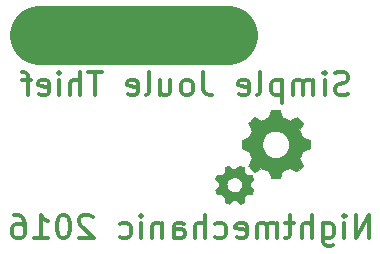
<source format=gbo>
G04 #@! TF.FileFunction,Legend,Bot*
%FSLAX46Y46*%
G04 Gerber Fmt 4.6, Leading zero omitted, Abs format (unit mm)*
G04 Created by KiCad (PCBNEW 4.0.1-stable) date 3/11/2016 2:16:34 AM*
%MOMM*%
G01*
G04 APERTURE LIST*
%ADD10C,0.100000*%
%ADD11C,5.000000*%
%ADD12C,0.300000*%
%ADD13C,0.002540*%
G04 APERTURE END LIST*
D10*
D11*
X156000000Y-95700000D02*
X140000000Y-95700000D01*
D12*
X167995240Y-112904762D02*
X167995240Y-110904762D01*
X166852382Y-112904762D01*
X166852382Y-110904762D01*
X165900002Y-112904762D02*
X165900002Y-111571429D01*
X165900002Y-110904762D02*
X165995240Y-111000000D01*
X165900002Y-111095238D01*
X165804763Y-111000000D01*
X165900002Y-110904762D01*
X165900002Y-111095238D01*
X164090478Y-111571429D02*
X164090478Y-113190476D01*
X164185716Y-113380952D01*
X164280954Y-113476190D01*
X164471430Y-113571429D01*
X164757144Y-113571429D01*
X164947621Y-113476190D01*
X164090478Y-112809524D02*
X164280954Y-112904762D01*
X164661906Y-112904762D01*
X164852382Y-112809524D01*
X164947621Y-112714286D01*
X165042859Y-112523810D01*
X165042859Y-111952381D01*
X164947621Y-111761905D01*
X164852382Y-111666667D01*
X164661906Y-111571429D01*
X164280954Y-111571429D01*
X164090478Y-111666667D01*
X163138097Y-112904762D02*
X163138097Y-110904762D01*
X162280954Y-112904762D02*
X162280954Y-111857143D01*
X162376192Y-111666667D01*
X162566668Y-111571429D01*
X162852382Y-111571429D01*
X163042858Y-111666667D01*
X163138097Y-111761905D01*
X161614287Y-111571429D02*
X160852382Y-111571429D01*
X161328573Y-110904762D02*
X161328573Y-112619048D01*
X161233334Y-112809524D01*
X161042858Y-112904762D01*
X160852382Y-112904762D01*
X160185716Y-112904762D02*
X160185716Y-111571429D01*
X160185716Y-111761905D02*
X160090477Y-111666667D01*
X159900001Y-111571429D01*
X159614287Y-111571429D01*
X159423811Y-111666667D01*
X159328573Y-111857143D01*
X159328573Y-112904762D01*
X159328573Y-111857143D02*
X159233335Y-111666667D01*
X159042858Y-111571429D01*
X158757144Y-111571429D01*
X158566668Y-111666667D01*
X158471430Y-111857143D01*
X158471430Y-112904762D01*
X156757144Y-112809524D02*
X156947620Y-112904762D01*
X157328572Y-112904762D01*
X157519049Y-112809524D01*
X157614287Y-112619048D01*
X157614287Y-111857143D01*
X157519049Y-111666667D01*
X157328572Y-111571429D01*
X156947620Y-111571429D01*
X156757144Y-111666667D01*
X156661906Y-111857143D01*
X156661906Y-112047619D01*
X157614287Y-112238095D01*
X154947620Y-112809524D02*
X155138096Y-112904762D01*
X155519048Y-112904762D01*
X155709524Y-112809524D01*
X155804763Y-112714286D01*
X155900001Y-112523810D01*
X155900001Y-111952381D01*
X155804763Y-111761905D01*
X155709524Y-111666667D01*
X155519048Y-111571429D01*
X155138096Y-111571429D01*
X154947620Y-111666667D01*
X154090477Y-112904762D02*
X154090477Y-110904762D01*
X153233334Y-112904762D02*
X153233334Y-111857143D01*
X153328572Y-111666667D01*
X153519048Y-111571429D01*
X153804762Y-111571429D01*
X153995238Y-111666667D01*
X154090477Y-111761905D01*
X151423810Y-112904762D02*
X151423810Y-111857143D01*
X151519048Y-111666667D01*
X151709524Y-111571429D01*
X152090476Y-111571429D01*
X152280953Y-111666667D01*
X151423810Y-112809524D02*
X151614286Y-112904762D01*
X152090476Y-112904762D01*
X152280953Y-112809524D01*
X152376191Y-112619048D01*
X152376191Y-112428571D01*
X152280953Y-112238095D01*
X152090476Y-112142857D01*
X151614286Y-112142857D01*
X151423810Y-112047619D01*
X150471429Y-111571429D02*
X150471429Y-112904762D01*
X150471429Y-111761905D02*
X150376190Y-111666667D01*
X150185714Y-111571429D01*
X149900000Y-111571429D01*
X149709524Y-111666667D01*
X149614286Y-111857143D01*
X149614286Y-112904762D01*
X148661905Y-112904762D02*
X148661905Y-111571429D01*
X148661905Y-110904762D02*
X148757143Y-111000000D01*
X148661905Y-111095238D01*
X148566666Y-111000000D01*
X148661905Y-110904762D01*
X148661905Y-111095238D01*
X146852381Y-112809524D02*
X147042857Y-112904762D01*
X147423809Y-112904762D01*
X147614285Y-112809524D01*
X147709524Y-112714286D01*
X147804762Y-112523810D01*
X147804762Y-111952381D01*
X147709524Y-111761905D01*
X147614285Y-111666667D01*
X147423809Y-111571429D01*
X147042857Y-111571429D01*
X146852381Y-111666667D01*
X144566666Y-111095238D02*
X144471428Y-111000000D01*
X144280951Y-110904762D01*
X143804761Y-110904762D01*
X143614285Y-111000000D01*
X143519047Y-111095238D01*
X143423808Y-111285714D01*
X143423808Y-111476190D01*
X143519047Y-111761905D01*
X144661904Y-112904762D01*
X143423808Y-112904762D01*
X142185713Y-110904762D02*
X141995237Y-110904762D01*
X141804761Y-111000000D01*
X141709523Y-111095238D01*
X141614285Y-111285714D01*
X141519046Y-111666667D01*
X141519046Y-112142857D01*
X141614285Y-112523810D01*
X141709523Y-112714286D01*
X141804761Y-112809524D01*
X141995237Y-112904762D01*
X142185713Y-112904762D01*
X142376189Y-112809524D01*
X142471427Y-112714286D01*
X142566666Y-112523810D01*
X142661904Y-112142857D01*
X142661904Y-111666667D01*
X142566666Y-111285714D01*
X142471427Y-111095238D01*
X142376189Y-111000000D01*
X142185713Y-110904762D01*
X139614284Y-112904762D02*
X140757142Y-112904762D01*
X140185713Y-112904762D02*
X140185713Y-110904762D01*
X140376189Y-111190476D01*
X140566665Y-111380952D01*
X140757142Y-111476190D01*
X137899999Y-110904762D02*
X138280951Y-110904762D01*
X138471427Y-111000000D01*
X138566665Y-111095238D01*
X138757142Y-111380952D01*
X138852380Y-111761905D01*
X138852380Y-112523810D01*
X138757142Y-112714286D01*
X138661903Y-112809524D01*
X138471427Y-112904762D01*
X138090475Y-112904762D01*
X137899999Y-112809524D01*
X137804761Y-112714286D01*
X137709522Y-112523810D01*
X137709522Y-112047619D01*
X137804761Y-111857143D01*
X137899999Y-111761905D01*
X138090475Y-111666667D01*
X138471427Y-111666667D01*
X138661903Y-111761905D01*
X138757142Y-111857143D01*
X138852380Y-112047619D01*
X166214288Y-100709524D02*
X165928573Y-100804762D01*
X165452383Y-100804762D01*
X165261907Y-100709524D01*
X165166669Y-100614286D01*
X165071430Y-100423810D01*
X165071430Y-100233333D01*
X165166669Y-100042857D01*
X165261907Y-99947619D01*
X165452383Y-99852381D01*
X165833335Y-99757143D01*
X166023811Y-99661905D01*
X166119050Y-99566667D01*
X166214288Y-99376190D01*
X166214288Y-99185714D01*
X166119050Y-98995238D01*
X166023811Y-98900000D01*
X165833335Y-98804762D01*
X165357145Y-98804762D01*
X165071430Y-98900000D01*
X164214288Y-100804762D02*
X164214288Y-99471429D01*
X164214288Y-98804762D02*
X164309526Y-98900000D01*
X164214288Y-98995238D01*
X164119049Y-98900000D01*
X164214288Y-98804762D01*
X164214288Y-98995238D01*
X163261907Y-100804762D02*
X163261907Y-99471429D01*
X163261907Y-99661905D02*
X163166668Y-99566667D01*
X162976192Y-99471429D01*
X162690478Y-99471429D01*
X162500002Y-99566667D01*
X162404764Y-99757143D01*
X162404764Y-100804762D01*
X162404764Y-99757143D02*
X162309526Y-99566667D01*
X162119049Y-99471429D01*
X161833335Y-99471429D01*
X161642859Y-99566667D01*
X161547621Y-99757143D01*
X161547621Y-100804762D01*
X160595240Y-99471429D02*
X160595240Y-101471429D01*
X160595240Y-99566667D02*
X160404763Y-99471429D01*
X160023811Y-99471429D01*
X159833335Y-99566667D01*
X159738097Y-99661905D01*
X159642859Y-99852381D01*
X159642859Y-100423810D01*
X159738097Y-100614286D01*
X159833335Y-100709524D01*
X160023811Y-100804762D01*
X160404763Y-100804762D01*
X160595240Y-100709524D01*
X158500001Y-100804762D02*
X158690477Y-100709524D01*
X158785716Y-100519048D01*
X158785716Y-98804762D01*
X156976192Y-100709524D02*
X157166668Y-100804762D01*
X157547620Y-100804762D01*
X157738097Y-100709524D01*
X157833335Y-100519048D01*
X157833335Y-99757143D01*
X157738097Y-99566667D01*
X157547620Y-99471429D01*
X157166668Y-99471429D01*
X156976192Y-99566667D01*
X156880954Y-99757143D01*
X156880954Y-99947619D01*
X157833335Y-100138095D01*
X153928572Y-98804762D02*
X153928572Y-100233333D01*
X154023810Y-100519048D01*
X154214286Y-100709524D01*
X154500001Y-100804762D01*
X154690477Y-100804762D01*
X152690476Y-100804762D02*
X152880952Y-100709524D01*
X152976191Y-100614286D01*
X153071429Y-100423810D01*
X153071429Y-99852381D01*
X152976191Y-99661905D01*
X152880952Y-99566667D01*
X152690476Y-99471429D01*
X152404762Y-99471429D01*
X152214286Y-99566667D01*
X152119048Y-99661905D01*
X152023810Y-99852381D01*
X152023810Y-100423810D01*
X152119048Y-100614286D01*
X152214286Y-100709524D01*
X152404762Y-100804762D01*
X152690476Y-100804762D01*
X150309524Y-99471429D02*
X150309524Y-100804762D01*
X151166667Y-99471429D02*
X151166667Y-100519048D01*
X151071428Y-100709524D01*
X150880952Y-100804762D01*
X150595238Y-100804762D01*
X150404762Y-100709524D01*
X150309524Y-100614286D01*
X149071428Y-100804762D02*
X149261904Y-100709524D01*
X149357143Y-100519048D01*
X149357143Y-98804762D01*
X147547619Y-100709524D02*
X147738095Y-100804762D01*
X148119047Y-100804762D01*
X148309524Y-100709524D01*
X148404762Y-100519048D01*
X148404762Y-99757143D01*
X148309524Y-99566667D01*
X148119047Y-99471429D01*
X147738095Y-99471429D01*
X147547619Y-99566667D01*
X147452381Y-99757143D01*
X147452381Y-99947619D01*
X148404762Y-100138095D01*
X145357142Y-98804762D02*
X144214285Y-98804762D01*
X144785713Y-100804762D02*
X144785713Y-98804762D01*
X143547618Y-100804762D02*
X143547618Y-98804762D01*
X142690475Y-100804762D02*
X142690475Y-99757143D01*
X142785713Y-99566667D01*
X142976189Y-99471429D01*
X143261903Y-99471429D01*
X143452379Y-99566667D01*
X143547618Y-99661905D01*
X141738094Y-100804762D02*
X141738094Y-99471429D01*
X141738094Y-98804762D02*
X141833332Y-98900000D01*
X141738094Y-98995238D01*
X141642855Y-98900000D01*
X141738094Y-98804762D01*
X141738094Y-98995238D01*
X140023808Y-100709524D02*
X140214284Y-100804762D01*
X140595236Y-100804762D01*
X140785713Y-100709524D01*
X140880951Y-100519048D01*
X140880951Y-99757143D01*
X140785713Y-99566667D01*
X140595236Y-99471429D01*
X140214284Y-99471429D01*
X140023808Y-99566667D01*
X139928570Y-99757143D01*
X139928570Y-99947619D01*
X140880951Y-100138095D01*
X139357141Y-99471429D02*
X138595236Y-99471429D01*
X139071427Y-100804762D02*
X139071427Y-99090476D01*
X138976188Y-98900000D01*
X138785712Y-98804762D01*
X138595236Y-98804762D01*
D13*
G36*
X157201680Y-104597920D02*
X157514100Y-104483620D01*
X157829060Y-104369320D01*
X157857000Y-104262640D01*
X157872240Y-104214380D01*
X157890020Y-104161040D01*
X157912880Y-104097540D01*
X157943360Y-104016260D01*
X157986540Y-103912120D01*
X158029720Y-103807980D01*
X158034800Y-103785120D01*
X158034800Y-103759720D01*
X158024640Y-103721620D01*
X158006860Y-103668280D01*
X157971300Y-103592080D01*
X157923040Y-103487940D01*
X157910340Y-103457460D01*
X157862080Y-103358400D01*
X157823980Y-103269500D01*
X157793500Y-103198380D01*
X157773180Y-103152660D01*
X157770640Y-103137420D01*
X157783340Y-103119640D01*
X157818900Y-103076460D01*
X157874780Y-103018040D01*
X157945900Y-102944380D01*
X158009400Y-102880880D01*
X158248160Y-102644660D01*
X158558040Y-102791980D01*
X158867920Y-102936760D01*
X158893320Y-102924060D01*
X158893320Y-104956060D01*
X158908560Y-105133860D01*
X158961900Y-105337060D01*
X159045720Y-105519940D01*
X159154940Y-105679960D01*
X159284480Y-105817120D01*
X159434340Y-105931420D01*
X159596900Y-106015240D01*
X159772160Y-106076200D01*
X159955040Y-106106680D01*
X160140460Y-106109220D01*
X160325880Y-106078740D01*
X160508760Y-106017780D01*
X160681480Y-105923800D01*
X160846580Y-105796800D01*
X160877060Y-105766320D01*
X161011680Y-105606300D01*
X161113280Y-105431040D01*
X161181860Y-105248160D01*
X161214880Y-105057660D01*
X161219960Y-104867160D01*
X161192020Y-104679200D01*
X161131060Y-104498860D01*
X161042160Y-104328680D01*
X160925320Y-104173740D01*
X160778000Y-104036580D01*
X160602740Y-103922280D01*
X160549400Y-103894340D01*
X160351280Y-103823220D01*
X160150620Y-103787660D01*
X159942340Y-103792740D01*
X159728980Y-103835920D01*
X159701040Y-103843540D01*
X159515620Y-103922280D01*
X159347980Y-104031500D01*
X159198120Y-104171200D01*
X159073660Y-104331220D01*
X158979680Y-104511560D01*
X158959360Y-104567440D01*
X158908560Y-104763020D01*
X158893320Y-104956060D01*
X158893320Y-102924060D01*
X159045720Y-102847860D01*
X159139700Y-102804680D01*
X159236220Y-102761500D01*
X159322580Y-102728480D01*
X159350520Y-102718320D01*
X159477520Y-102677680D01*
X159594360Y-102347480D01*
X159708660Y-102014740D01*
X160056640Y-102014740D01*
X160191260Y-102017280D01*
X160290320Y-102019820D01*
X160358900Y-102022360D01*
X160399540Y-102029980D01*
X160414780Y-102037600D01*
X160417320Y-102040140D01*
X160424940Y-102065540D01*
X160445260Y-102121420D01*
X160473200Y-102200160D01*
X160506220Y-102296680D01*
X160531620Y-102367800D01*
X160635760Y-102670060D01*
X160732280Y-102705620D01*
X160788160Y-102728480D01*
X160866900Y-102761500D01*
X160960880Y-102804680D01*
X161037080Y-102840240D01*
X161245360Y-102941840D01*
X161466340Y-102837700D01*
X161560320Y-102791980D01*
X161654300Y-102751340D01*
X161730500Y-102715780D01*
X161778760Y-102692920D01*
X161872740Y-102652280D01*
X162116580Y-102896120D01*
X162362960Y-103139960D01*
X162215640Y-103449840D01*
X162070860Y-103754640D01*
X162162300Y-103934980D01*
X162208020Y-104028960D01*
X162248660Y-104125480D01*
X162284220Y-104211840D01*
X162294380Y-104242320D01*
X162337560Y-104369320D01*
X162670300Y-104483620D01*
X163005580Y-104600460D01*
X163000500Y-104950980D01*
X162995420Y-105301500D01*
X162916680Y-105329440D01*
X162751580Y-105385320D01*
X162622040Y-105428500D01*
X162520440Y-105464060D01*
X162444240Y-105494540D01*
X162390900Y-105517400D01*
X162355340Y-105537720D01*
X162332480Y-105555500D01*
X162319780Y-105573280D01*
X162314700Y-105591060D01*
X162312160Y-105598680D01*
X162299460Y-105639320D01*
X162271520Y-105707900D01*
X162233420Y-105791720D01*
X162190240Y-105885700D01*
X162182620Y-105900940D01*
X162063240Y-106137160D01*
X162210560Y-106444500D01*
X162357880Y-106751840D01*
X162111500Y-106998220D01*
X161867660Y-107244600D01*
X161562860Y-107102360D01*
X161463800Y-107054100D01*
X161374900Y-107013460D01*
X161303780Y-106980440D01*
X161258060Y-106962660D01*
X161242820Y-106957580D01*
X161217420Y-106965200D01*
X161166620Y-106985520D01*
X161100580Y-107016000D01*
X161082800Y-107023620D01*
X160988820Y-107064260D01*
X160882140Y-107107440D01*
X160793240Y-107135380D01*
X160640840Y-107181100D01*
X160559560Y-107407160D01*
X160524000Y-107503680D01*
X160490980Y-107595120D01*
X160463040Y-107673860D01*
X160445260Y-107719580D01*
X160409700Y-107805940D01*
X160059180Y-107813560D01*
X159706120Y-107818640D01*
X159652780Y-107666240D01*
X159617220Y-107569720D01*
X159579120Y-107460500D01*
X159541020Y-107358900D01*
X159538480Y-107351280D01*
X159477520Y-107188720D01*
X159312420Y-107135380D01*
X159213360Y-107099820D01*
X159109220Y-107061720D01*
X159017780Y-107023620D01*
X159007620Y-107018540D01*
X158870460Y-106955040D01*
X158560580Y-107102360D01*
X158250700Y-107252220D01*
X158009400Y-107010920D01*
X157930660Y-106932180D01*
X157864620Y-106863600D01*
X157811280Y-106807720D01*
X157778260Y-106769620D01*
X157770640Y-106756920D01*
X157778260Y-106734060D01*
X157801120Y-106683260D01*
X157834140Y-106607060D01*
X157877320Y-106515620D01*
X157915420Y-106434340D01*
X158062740Y-106132080D01*
X157999240Y-106002540D01*
X157963680Y-105921260D01*
X157923040Y-105822200D01*
X157884940Y-105720600D01*
X157877320Y-105700280D01*
X157818900Y-105525020D01*
X157516640Y-105415800D01*
X157211840Y-105301500D01*
X157206760Y-104950980D01*
X157201680Y-104597920D01*
X157201680Y-104597920D01*
X157201680Y-104597920D01*
G37*
X157201680Y-104597920D02*
X157514100Y-104483620D01*
X157829060Y-104369320D01*
X157857000Y-104262640D01*
X157872240Y-104214380D01*
X157890020Y-104161040D01*
X157912880Y-104097540D01*
X157943360Y-104016260D01*
X157986540Y-103912120D01*
X158029720Y-103807980D01*
X158034800Y-103785120D01*
X158034800Y-103759720D01*
X158024640Y-103721620D01*
X158006860Y-103668280D01*
X157971300Y-103592080D01*
X157923040Y-103487940D01*
X157910340Y-103457460D01*
X157862080Y-103358400D01*
X157823980Y-103269500D01*
X157793500Y-103198380D01*
X157773180Y-103152660D01*
X157770640Y-103137420D01*
X157783340Y-103119640D01*
X157818900Y-103076460D01*
X157874780Y-103018040D01*
X157945900Y-102944380D01*
X158009400Y-102880880D01*
X158248160Y-102644660D01*
X158558040Y-102791980D01*
X158867920Y-102936760D01*
X158893320Y-102924060D01*
X158893320Y-104956060D01*
X158908560Y-105133860D01*
X158961900Y-105337060D01*
X159045720Y-105519940D01*
X159154940Y-105679960D01*
X159284480Y-105817120D01*
X159434340Y-105931420D01*
X159596900Y-106015240D01*
X159772160Y-106076200D01*
X159955040Y-106106680D01*
X160140460Y-106109220D01*
X160325880Y-106078740D01*
X160508760Y-106017780D01*
X160681480Y-105923800D01*
X160846580Y-105796800D01*
X160877060Y-105766320D01*
X161011680Y-105606300D01*
X161113280Y-105431040D01*
X161181860Y-105248160D01*
X161214880Y-105057660D01*
X161219960Y-104867160D01*
X161192020Y-104679200D01*
X161131060Y-104498860D01*
X161042160Y-104328680D01*
X160925320Y-104173740D01*
X160778000Y-104036580D01*
X160602740Y-103922280D01*
X160549400Y-103894340D01*
X160351280Y-103823220D01*
X160150620Y-103787660D01*
X159942340Y-103792740D01*
X159728980Y-103835920D01*
X159701040Y-103843540D01*
X159515620Y-103922280D01*
X159347980Y-104031500D01*
X159198120Y-104171200D01*
X159073660Y-104331220D01*
X158979680Y-104511560D01*
X158959360Y-104567440D01*
X158908560Y-104763020D01*
X158893320Y-104956060D01*
X158893320Y-102924060D01*
X159045720Y-102847860D01*
X159139700Y-102804680D01*
X159236220Y-102761500D01*
X159322580Y-102728480D01*
X159350520Y-102718320D01*
X159477520Y-102677680D01*
X159594360Y-102347480D01*
X159708660Y-102014740D01*
X160056640Y-102014740D01*
X160191260Y-102017280D01*
X160290320Y-102019820D01*
X160358900Y-102022360D01*
X160399540Y-102029980D01*
X160414780Y-102037600D01*
X160417320Y-102040140D01*
X160424940Y-102065540D01*
X160445260Y-102121420D01*
X160473200Y-102200160D01*
X160506220Y-102296680D01*
X160531620Y-102367800D01*
X160635760Y-102670060D01*
X160732280Y-102705620D01*
X160788160Y-102728480D01*
X160866900Y-102761500D01*
X160960880Y-102804680D01*
X161037080Y-102840240D01*
X161245360Y-102941840D01*
X161466340Y-102837700D01*
X161560320Y-102791980D01*
X161654300Y-102751340D01*
X161730500Y-102715780D01*
X161778760Y-102692920D01*
X161872740Y-102652280D01*
X162116580Y-102896120D01*
X162362960Y-103139960D01*
X162215640Y-103449840D01*
X162070860Y-103754640D01*
X162162300Y-103934980D01*
X162208020Y-104028960D01*
X162248660Y-104125480D01*
X162284220Y-104211840D01*
X162294380Y-104242320D01*
X162337560Y-104369320D01*
X162670300Y-104483620D01*
X163005580Y-104600460D01*
X163000500Y-104950980D01*
X162995420Y-105301500D01*
X162916680Y-105329440D01*
X162751580Y-105385320D01*
X162622040Y-105428500D01*
X162520440Y-105464060D01*
X162444240Y-105494540D01*
X162390900Y-105517400D01*
X162355340Y-105537720D01*
X162332480Y-105555500D01*
X162319780Y-105573280D01*
X162314700Y-105591060D01*
X162312160Y-105598680D01*
X162299460Y-105639320D01*
X162271520Y-105707900D01*
X162233420Y-105791720D01*
X162190240Y-105885700D01*
X162182620Y-105900940D01*
X162063240Y-106137160D01*
X162210560Y-106444500D01*
X162357880Y-106751840D01*
X162111500Y-106998220D01*
X161867660Y-107244600D01*
X161562860Y-107102360D01*
X161463800Y-107054100D01*
X161374900Y-107013460D01*
X161303780Y-106980440D01*
X161258060Y-106962660D01*
X161242820Y-106957580D01*
X161217420Y-106965200D01*
X161166620Y-106985520D01*
X161100580Y-107016000D01*
X161082800Y-107023620D01*
X160988820Y-107064260D01*
X160882140Y-107107440D01*
X160793240Y-107135380D01*
X160640840Y-107181100D01*
X160559560Y-107407160D01*
X160524000Y-107503680D01*
X160490980Y-107595120D01*
X160463040Y-107673860D01*
X160445260Y-107719580D01*
X160409700Y-107805940D01*
X160059180Y-107813560D01*
X159706120Y-107818640D01*
X159652780Y-107666240D01*
X159617220Y-107569720D01*
X159579120Y-107460500D01*
X159541020Y-107358900D01*
X159538480Y-107351280D01*
X159477520Y-107188720D01*
X159312420Y-107135380D01*
X159213360Y-107099820D01*
X159109220Y-107061720D01*
X159017780Y-107023620D01*
X159007620Y-107018540D01*
X158870460Y-106955040D01*
X158560580Y-107102360D01*
X158250700Y-107252220D01*
X158009400Y-107010920D01*
X157930660Y-106932180D01*
X157864620Y-106863600D01*
X157811280Y-106807720D01*
X157778260Y-106769620D01*
X157770640Y-106756920D01*
X157778260Y-106734060D01*
X157801120Y-106683260D01*
X157834140Y-106607060D01*
X157877320Y-106515620D01*
X157915420Y-106434340D01*
X158062740Y-106132080D01*
X157999240Y-106002540D01*
X157963680Y-105921260D01*
X157923040Y-105822200D01*
X157884940Y-105720600D01*
X157877320Y-105700280D01*
X157818900Y-105525020D01*
X157516640Y-105415800D01*
X157211840Y-105301500D01*
X157206760Y-104950980D01*
X157201680Y-104597920D01*
X157201680Y-104597920D01*
G36*
X154958860Y-107915160D02*
X155035060Y-107734820D01*
X155108720Y-107557020D01*
X155304300Y-107562100D01*
X155499880Y-107564640D01*
X155631960Y-107432560D01*
X155764040Y-107297940D01*
X155758960Y-107132840D01*
X155756420Y-107054100D01*
X155753880Y-106985520D01*
X155748800Y-106944880D01*
X155746260Y-106937260D01*
X155751340Y-106922020D01*
X155774200Y-106904240D01*
X155817380Y-106878840D01*
X155888500Y-106848360D01*
X155906280Y-106840740D01*
X155906280Y-108346960D01*
X155918980Y-108489200D01*
X155962160Y-108628900D01*
X156038360Y-108758440D01*
X156122180Y-108852420D01*
X156241560Y-108941320D01*
X156363480Y-108997200D01*
X156500640Y-109022600D01*
X156607320Y-109022600D01*
X156747020Y-109004820D01*
X156866400Y-108961640D01*
X156973080Y-108890520D01*
X157064520Y-108801620D01*
X157155960Y-108677160D01*
X157211840Y-108547620D01*
X157234700Y-108413000D01*
X157229620Y-108280920D01*
X157199140Y-108153920D01*
X157143260Y-108037080D01*
X157064520Y-107930400D01*
X156968000Y-107838960D01*
X156856240Y-107767840D01*
X156731780Y-107722120D01*
X156597160Y-107701800D01*
X156454920Y-107714500D01*
X156307600Y-107760220D01*
X156292360Y-107765300D01*
X156160280Y-107846580D01*
X156053600Y-107950720D01*
X155974860Y-108072640D01*
X155926600Y-108207260D01*
X155906280Y-108346960D01*
X155906280Y-106840740D01*
X155990100Y-106805180D01*
X156081540Y-106767080D01*
X156104400Y-106779780D01*
X156142500Y-106812800D01*
X156193300Y-106866140D01*
X156223780Y-106904240D01*
X156345700Y-107049020D01*
X156520960Y-107046480D01*
X156693680Y-107043940D01*
X156835920Y-106904240D01*
X156899420Y-106843280D01*
X156950220Y-106797560D01*
X156985780Y-106769620D01*
X156998480Y-106764540D01*
X157023880Y-106772160D01*
X157077220Y-106789940D01*
X157148340Y-106815340D01*
X157199140Y-106835660D01*
X157382020Y-106904240D01*
X157376940Y-107099820D01*
X157371860Y-107292860D01*
X157506480Y-107430020D01*
X157643640Y-107567180D01*
X157839220Y-107559560D01*
X158034800Y-107551940D01*
X158111000Y-107734820D01*
X158184660Y-107917700D01*
X158072900Y-108016760D01*
X158011940Y-108070100D01*
X157961140Y-108115820D01*
X157925580Y-108143760D01*
X157923040Y-108143760D01*
X157905260Y-108161540D01*
X157895100Y-108192020D01*
X157890020Y-108240280D01*
X157887480Y-108313940D01*
X157884940Y-108359660D01*
X157884940Y-108547620D01*
X158032260Y-108684780D01*
X158182120Y-108821940D01*
X158105920Y-108997200D01*
X158029720Y-109175000D01*
X157839220Y-109167380D01*
X157648720Y-109162300D01*
X157509020Y-109302000D01*
X157369320Y-109441700D01*
X157369320Y-109639820D01*
X157369320Y-109835400D01*
X157194060Y-109903980D01*
X157021340Y-109972560D01*
X156891800Y-109832860D01*
X156762260Y-109693160D01*
X156571760Y-109690620D01*
X156381260Y-109685540D01*
X156259340Y-109825240D01*
X156203460Y-109883660D01*
X156155200Y-109931920D01*
X156119640Y-109959860D01*
X156109480Y-109962400D01*
X156079000Y-109954780D01*
X156023120Y-109937000D01*
X155952000Y-109909060D01*
X155924060Y-109896360D01*
X155766580Y-109830320D01*
X155771660Y-109637280D01*
X155776740Y-109441700D01*
X155634500Y-109302000D01*
X155494800Y-109159760D01*
X155306840Y-109172460D01*
X155118880Y-109185160D01*
X155047760Y-109017520D01*
X155017280Y-108941320D01*
X154991880Y-108877820D01*
X154979180Y-108834640D01*
X154976640Y-108824480D01*
X154989340Y-108804160D01*
X155027440Y-108760980D01*
X155080780Y-108710180D01*
X155113800Y-108679700D01*
X155250960Y-108555240D01*
X155250960Y-108367280D01*
X155250960Y-108176780D01*
X155103640Y-108044700D01*
X154958860Y-107915160D01*
X154958860Y-107915160D01*
X154958860Y-107915160D01*
G37*
X154958860Y-107915160D02*
X155035060Y-107734820D01*
X155108720Y-107557020D01*
X155304300Y-107562100D01*
X155499880Y-107564640D01*
X155631960Y-107432560D01*
X155764040Y-107297940D01*
X155758960Y-107132840D01*
X155756420Y-107054100D01*
X155753880Y-106985520D01*
X155748800Y-106944880D01*
X155746260Y-106937260D01*
X155751340Y-106922020D01*
X155774200Y-106904240D01*
X155817380Y-106878840D01*
X155888500Y-106848360D01*
X155906280Y-106840740D01*
X155906280Y-108346960D01*
X155918980Y-108489200D01*
X155962160Y-108628900D01*
X156038360Y-108758440D01*
X156122180Y-108852420D01*
X156241560Y-108941320D01*
X156363480Y-108997200D01*
X156500640Y-109022600D01*
X156607320Y-109022600D01*
X156747020Y-109004820D01*
X156866400Y-108961640D01*
X156973080Y-108890520D01*
X157064520Y-108801620D01*
X157155960Y-108677160D01*
X157211840Y-108547620D01*
X157234700Y-108413000D01*
X157229620Y-108280920D01*
X157199140Y-108153920D01*
X157143260Y-108037080D01*
X157064520Y-107930400D01*
X156968000Y-107838960D01*
X156856240Y-107767840D01*
X156731780Y-107722120D01*
X156597160Y-107701800D01*
X156454920Y-107714500D01*
X156307600Y-107760220D01*
X156292360Y-107765300D01*
X156160280Y-107846580D01*
X156053600Y-107950720D01*
X155974860Y-108072640D01*
X155926600Y-108207260D01*
X155906280Y-108346960D01*
X155906280Y-106840740D01*
X155990100Y-106805180D01*
X156081540Y-106767080D01*
X156104400Y-106779780D01*
X156142500Y-106812800D01*
X156193300Y-106866140D01*
X156223780Y-106904240D01*
X156345700Y-107049020D01*
X156520960Y-107046480D01*
X156693680Y-107043940D01*
X156835920Y-106904240D01*
X156899420Y-106843280D01*
X156950220Y-106797560D01*
X156985780Y-106769620D01*
X156998480Y-106764540D01*
X157023880Y-106772160D01*
X157077220Y-106789940D01*
X157148340Y-106815340D01*
X157199140Y-106835660D01*
X157382020Y-106904240D01*
X157376940Y-107099820D01*
X157371860Y-107292860D01*
X157506480Y-107430020D01*
X157643640Y-107567180D01*
X157839220Y-107559560D01*
X158034800Y-107551940D01*
X158111000Y-107734820D01*
X158184660Y-107917700D01*
X158072900Y-108016760D01*
X158011940Y-108070100D01*
X157961140Y-108115820D01*
X157925580Y-108143760D01*
X157923040Y-108143760D01*
X157905260Y-108161540D01*
X157895100Y-108192020D01*
X157890020Y-108240280D01*
X157887480Y-108313940D01*
X157884940Y-108359660D01*
X157884940Y-108547620D01*
X158032260Y-108684780D01*
X158182120Y-108821940D01*
X158105920Y-108997200D01*
X158029720Y-109175000D01*
X157839220Y-109167380D01*
X157648720Y-109162300D01*
X157509020Y-109302000D01*
X157369320Y-109441700D01*
X157369320Y-109639820D01*
X157369320Y-109835400D01*
X157194060Y-109903980D01*
X157021340Y-109972560D01*
X156891800Y-109832860D01*
X156762260Y-109693160D01*
X156571760Y-109690620D01*
X156381260Y-109685540D01*
X156259340Y-109825240D01*
X156203460Y-109883660D01*
X156155200Y-109931920D01*
X156119640Y-109959860D01*
X156109480Y-109962400D01*
X156079000Y-109954780D01*
X156023120Y-109937000D01*
X155952000Y-109909060D01*
X155924060Y-109896360D01*
X155766580Y-109830320D01*
X155771660Y-109637280D01*
X155776740Y-109441700D01*
X155634500Y-109302000D01*
X155494800Y-109159760D01*
X155306840Y-109172460D01*
X155118880Y-109185160D01*
X155047760Y-109017520D01*
X155017280Y-108941320D01*
X154991880Y-108877820D01*
X154979180Y-108834640D01*
X154976640Y-108824480D01*
X154989340Y-108804160D01*
X155027440Y-108760980D01*
X155080780Y-108710180D01*
X155113800Y-108679700D01*
X155250960Y-108555240D01*
X155250960Y-108367280D01*
X155250960Y-108176780D01*
X155103640Y-108044700D01*
X154958860Y-107915160D01*
X154958860Y-107915160D01*
M02*

</source>
